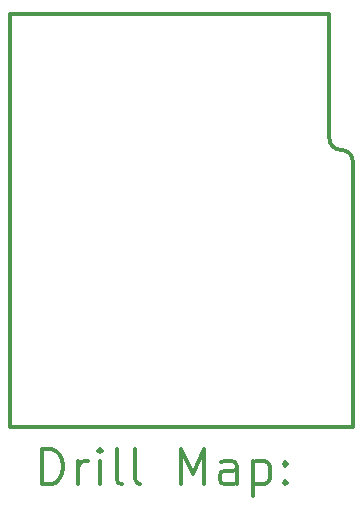
<source format=gbr>
%FSLAX45Y45*%
G04 Gerber Fmt 4.5, Leading zero omitted, Abs format (unit mm)*
G04 Created by KiCad (PCBNEW 5.1.12-84ad8e8a86~92~ubuntu20.04.1) date 2022-05-26 22:04:50*
%MOMM*%
%LPD*%
G01*
G04 APERTURE LIST*
%TA.AperFunction,Profile*%
%ADD10C,0.300000*%
%TD*%
%ADD11C,0.200000*%
%ADD12C,0.300000*%
G04 APERTURE END LIST*
D10*
X9845000Y-2453640D02*
X9845000Y-5958000D01*
X9845040Y-2453640D02*
X12545060Y-2453640D01*
X12545000Y-2453640D02*
X12545000Y-3508000D01*
X12645000Y-3608000D02*
G75*
G02*
X12545000Y-3508000I0J100000D01*
G01*
X12645000Y-3608000D02*
G75*
G02*
X12745000Y-3708000I0J-100000D01*
G01*
X12745000Y-3708000D02*
X12745000Y-5958000D01*
X12745000Y-5958000D02*
X9845000Y-5958000D01*
D11*
D12*
X10116428Y-6438714D02*
X10116428Y-6138714D01*
X10187857Y-6138714D01*
X10230714Y-6153000D01*
X10259286Y-6181571D01*
X10273571Y-6210143D01*
X10287857Y-6267286D01*
X10287857Y-6310143D01*
X10273571Y-6367286D01*
X10259286Y-6395857D01*
X10230714Y-6424429D01*
X10187857Y-6438714D01*
X10116428Y-6438714D01*
X10416428Y-6438714D02*
X10416428Y-6238714D01*
X10416428Y-6295857D02*
X10430714Y-6267286D01*
X10445000Y-6253000D01*
X10473571Y-6238714D01*
X10502143Y-6238714D01*
X10602143Y-6438714D02*
X10602143Y-6238714D01*
X10602143Y-6138714D02*
X10587857Y-6153000D01*
X10602143Y-6167286D01*
X10616428Y-6153000D01*
X10602143Y-6138714D01*
X10602143Y-6167286D01*
X10787857Y-6438714D02*
X10759286Y-6424429D01*
X10745000Y-6395857D01*
X10745000Y-6138714D01*
X10945000Y-6438714D02*
X10916428Y-6424429D01*
X10902143Y-6395857D01*
X10902143Y-6138714D01*
X11287857Y-6438714D02*
X11287857Y-6138714D01*
X11387857Y-6353000D01*
X11487857Y-6138714D01*
X11487857Y-6438714D01*
X11759286Y-6438714D02*
X11759286Y-6281571D01*
X11745000Y-6253000D01*
X11716428Y-6238714D01*
X11659286Y-6238714D01*
X11630714Y-6253000D01*
X11759286Y-6424429D02*
X11730714Y-6438714D01*
X11659286Y-6438714D01*
X11630714Y-6424429D01*
X11616428Y-6395857D01*
X11616428Y-6367286D01*
X11630714Y-6338714D01*
X11659286Y-6324429D01*
X11730714Y-6324429D01*
X11759286Y-6310143D01*
X11902143Y-6238714D02*
X11902143Y-6538714D01*
X11902143Y-6253000D02*
X11930714Y-6238714D01*
X11987857Y-6238714D01*
X12016428Y-6253000D01*
X12030714Y-6267286D01*
X12045000Y-6295857D01*
X12045000Y-6381571D01*
X12030714Y-6410143D01*
X12016428Y-6424429D01*
X11987857Y-6438714D01*
X11930714Y-6438714D01*
X11902143Y-6424429D01*
X12173571Y-6410143D02*
X12187857Y-6424429D01*
X12173571Y-6438714D01*
X12159286Y-6424429D01*
X12173571Y-6410143D01*
X12173571Y-6438714D01*
X12173571Y-6253000D02*
X12187857Y-6267286D01*
X12173571Y-6281571D01*
X12159286Y-6267286D01*
X12173571Y-6253000D01*
X12173571Y-6281571D01*
M02*

</source>
